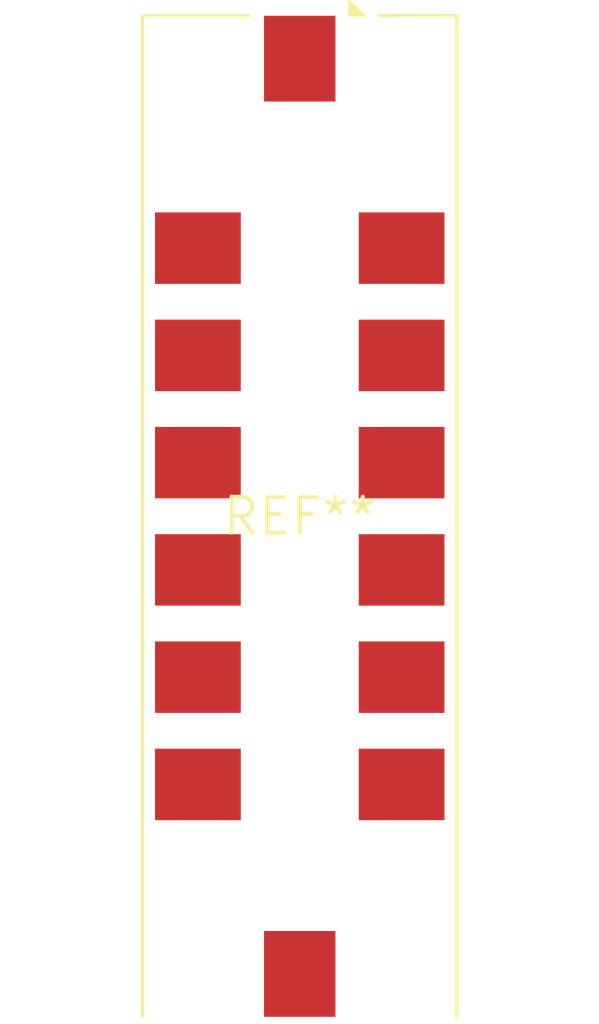
<source format=kicad_pcb>
(kicad_pcb (version 20240108) (generator pcbnew)
  (layers (0 "F.Cu" signal) (31 "B.Cu" signal) (34 "B.Paste" user) (35 "F.Paste" user) (36 "B.SilkS" user "B.Silkscreen") (37 "F.SilkS" user "F.Silkscreen") (38 "B.Mask" user) (39 "F.Mask" user) (44 "Edge.Cuts" user))
  (net 0 "")
  (footprint "Mini-Circuits_HQ1157" (layer "F.Cu") (at 0 0)
    (property "Reference" "REF**")
    (property "Value" "Mini-Circuits_HQ1157")
    (fp_line (start -5.588 -17.78) (end -5.588 17.78) (layer "F.SilkS") (stroke (width 0.12)))
    (fp_line (start -5.588 -17.78) (end -1.778 -17.78) (layer "F.SilkS") (stroke (width 0.12)))
    (fp_line (start 2.82 -17.79) (end 5.588 -17.78) (layer "F.SilkS") (stroke (width 0.12)))
    (fp_line (start 5.588 -17.78) (end 5.588 17.78) (layer "F.SilkS") (stroke (width 0.12)))
    (fp_poly (pts (xy 1.778 -17.78) (xy 1.778 -18.28) (xy 2.278 -17.78) (xy 1.778 -17.78)) (layer "F.SilkS") (stroke (width 0.12)) (fill solid))
    (pad "1" smd rect (at 0 -16.256 270) (size 3.048 2.54) (layers "F.Cu" "F.Paste" "F.Mask"))
    (pad "2" smd rect (at -3.6195 -9.525 90) (size 2.54 3.048) (layers "F.Cu" "F.Paste" "F.Mask"))
    (pad "3" smd rect (at -3.6195 -5.715 90) (size 2.54 3.048) (layers "F.Cu" "F.Paste" "F.Mask"))
    (pad "4" smd rect (at -3.6195 -1.905 90) (size 2.54 3.048) (layers "F.Cu" "F.Paste" "F.Mask"))
    (pad "5" smd rect (at -3.6195 1.905 90) (size 2.54 3.048) (layers "F.Cu" "F.Paste" "F.Mask"))
    (pad "6" smd rect (at -3.6195 5.715 90) (size 2.54 3.048) (layers "F.Cu" "F.Paste" "F.Mask"))
    (pad "7" smd rect (at -3.6195 9.525 90) (size 2.54 3.048) (layers "F.Cu" "F.Paste" "F.Mask"))
    (pad "8" smd rect (at 0 16.256 270) (size 3.048 2.54) (layers "F.Cu" "F.Paste" "F.Mask"))
    (pad "9" smd rect (at 3.6195 9.525 270) (size 2.54 3.048) (layers "F.Cu" "F.Paste" "F.Mask"))
    (pad "10" smd rect (at 3.6195 5.715 270) (size 2.54 3.048) (layers "F.Cu" "F.Paste" "F.Mask"))
    (pad "11" smd rect (at 3.6195 1.905 270) (size 2.54 3.048) (layers "F.Cu" "F.Paste" "F.Mask"))
    (pad "12" smd rect (at 3.6195 -1.905 270) (size 2.54 3.048) (layers "F.Cu" "F.Paste" "F.Mask"))
    (pad "13" smd rect (at 3.6195 -5.715 270) (size 2.54 3.048) (layers "F.Cu" "F.Paste" "F.Mask"))
    (pad "14" smd rect (at 3.6195 -9.525 270) (size 2.54 3.048) (layers "F.Cu" "F.Paste" "F.Mask"))
  )
)
</source>
